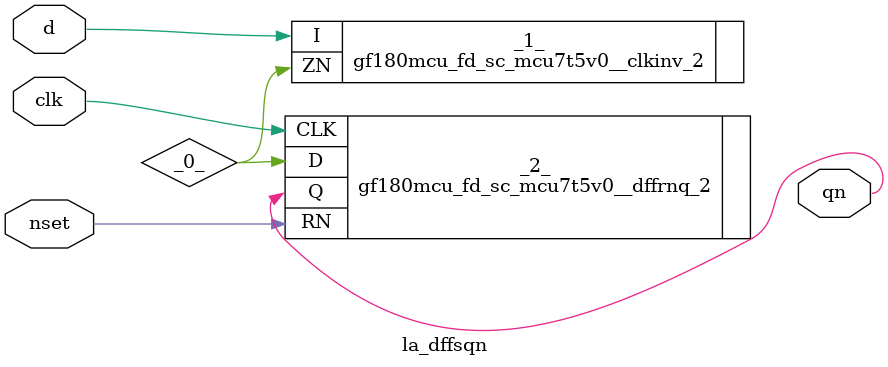
<source format=v>

/* Generated by Yosys 0.44 (git sha1 80ba43d26, g++ 11.4.0-1ubuntu1~22.04 -fPIC -O3) */

(* top =  1  *)
(* src = "generated" *)
(* keep_hierarchy *)
module la_dffsqn (
    d,
    clk,
    nset,
    qn
);
  (* src = "generated" *)
  wire _0_;
  (* src = "generated" *)
  input clk;
  wire clk;
  (* src = "generated" *)
  input d;
  wire d;
  (* src = "generated" *)
  input nset;
  wire nset;
  (* src = "generated" *)
  output qn;
  wire qn;
  gf180mcu_fd_sc_mcu7t5v0__clkinv_2 _1_ (
      .I (d),
      .ZN(_0_)
  );
  (* src = "generated" *)
  gf180mcu_fd_sc_mcu7t5v0__dffrnq_2 _2_ (
      .CLK(clk),
      .D  (_0_),
      .Q  (qn),
      .RN (nset)
  );
endmodule

</source>
